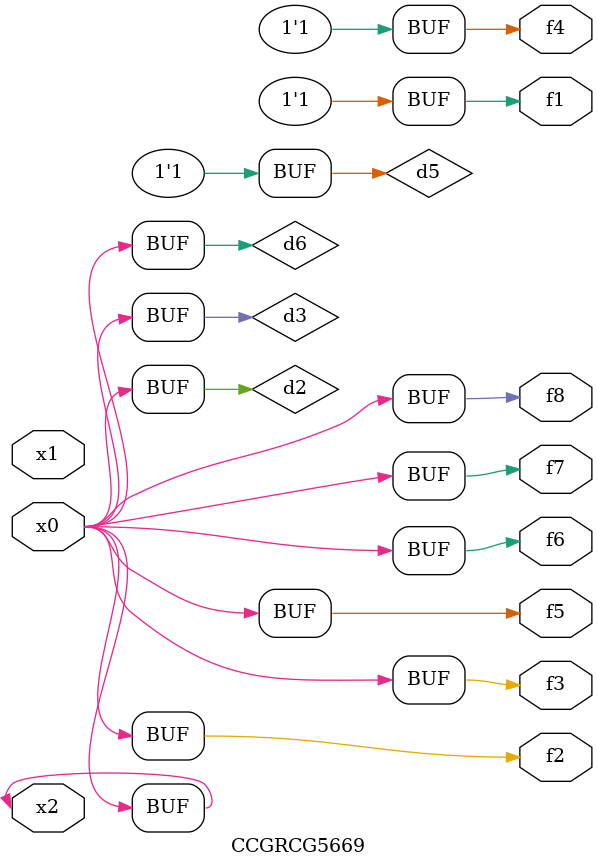
<source format=v>
module CCGRCG5669(
	input x0, x1, x2,
	output f1, f2, f3, f4, f5, f6, f7, f8
);

	wire d1, d2, d3, d4, d5, d6;

	xnor (d1, x2);
	buf (d2, x0, x2);
	and (d3, x0);
	xnor (d4, x1, x2);
	nand (d5, d1, d3);
	buf (d6, d2, d3);
	assign f1 = d5;
	assign f2 = d6;
	assign f3 = d6;
	assign f4 = d5;
	assign f5 = d6;
	assign f6 = d6;
	assign f7 = d6;
	assign f8 = d6;
endmodule

</source>
